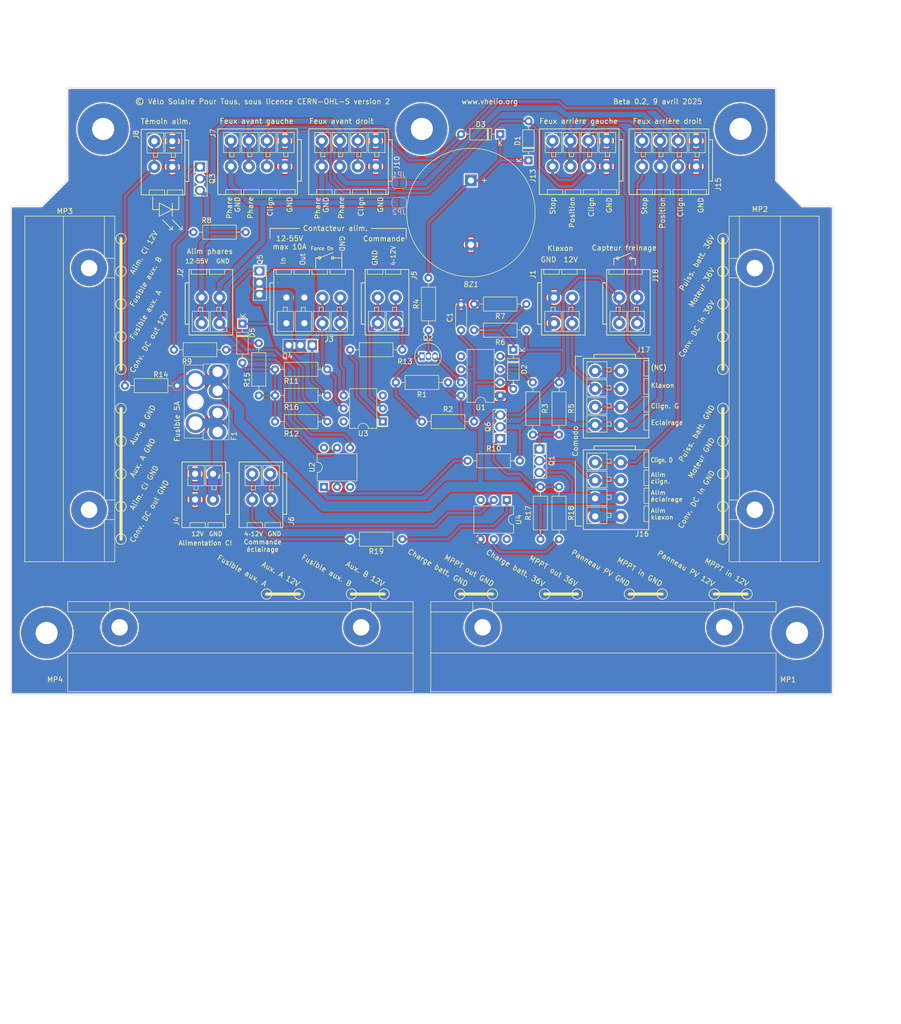
<source format=kicad_pcb>
(kicad_pcb (version 20211014) (generator pcbnew)

  (general
    (thickness 1.6)
  )

  (paper "A4")
  (layers
    (0 "F.Cu" signal)
    (31 "B.Cu" signal)
    (32 "B.Adhes" user "B.Adhesive")
    (33 "F.Adhes" user "F.Adhesive")
    (34 "B.Paste" user)
    (35 "F.Paste" user)
    (36 "B.SilkS" user "B.Silkscreen")
    (37 "F.SilkS" user "F.Silkscreen")
    (38 "B.Mask" user)
    (39 "F.Mask" user)
    (40 "Dwgs.User" user "User.Drawings")
    (41 "Cmts.User" user "User.Comments")
    (42 "Eco1.User" user "User.Eco1")
    (43 "Eco2.User" user "User.Eco2")
    (44 "Edge.Cuts" user)
    (45 "Margin" user)
    (46 "B.CrtYd" user "B.Courtyard")
    (47 "F.CrtYd" user "F.Courtyard")
    (48 "B.Fab" user)
    (49 "F.Fab" user)
    (50 "User.1" user)
    (51 "User.2" user)
    (52 "User.3" user)
    (53 "User.4" user)
    (54 "User.5" user)
    (55 "User.6" user)
    (56 "User.7" user)
    (57 "User.8" user)
    (58 "User.9" user)
  )

  (setup
    (stackup
      (layer "F.SilkS" (type "Top Silk Screen"))
      (layer "F.Paste" (type "Top Solder Paste"))
      (layer "F.Mask" (type "Top Solder Mask") (thickness 0.01))
      (layer "F.Cu" (type "copper") (thickness 0.035))
      (layer "dielectric 1" (type "core") (thickness 1.51) (material "FR4") (epsilon_r 4.5) (loss_tangent 0.02))
      (layer "B.Cu" (type "copper") (thickness 0.035))
      (layer "B.Mask" (type "Bottom Solder Mask") (thickness 0.01))
      (layer "B.Paste" (type "Bottom Solder Paste"))
      (layer "B.SilkS" (type "Bottom Silk Screen"))
      (copper_finish "None")
      (dielectric_constraints no)
    )
    (pad_to_mask_clearance 0)
    (pcbplotparams
      (layerselection 0x00010e0_ffffffff)
      (disableapertmacros false)
      (usegerberextensions false)
      (usegerberattributes true)
      (usegerberadvancedattributes true)
      (creategerberjobfile true)
      (svguseinch false)
      (svgprecision 6)
      (excludeedgelayer true)
      (plotframeref false)
      (viasonmask false)
      (mode 1)
      (useauxorigin false)
      (hpglpennumber 1)
      (hpglpenspeed 20)
      (hpglpendiameter 15.000000)
      (dxfpolygonmode true)
      (dxfimperialunits true)
      (dxfusepcbnewfont true)
      (psnegative false)
      (psa4output false)
      (plotreference true)
      (plotvalue true)
      (plotinvisibletext false)
      (sketchpadsonfab false)
      (subtractmaskfromsilk false)
      (outputformat 1)
      (mirror false)
      (drillshape 0)
      (scaleselection 1)
      (outputdirectory "")
    )
  )

  (net 0 "")
  (net 1 "GND")
  (net 2 "Net-(F1-Pad2)")
  (net 3 "Net-(D1-Pad2)")
  (net 4 "Net-(D3-Pad2)")
  (net 5 "/Phares")
  (net 6 "Net-(J13-Pad4)")
  (net 7 "Net-(J1-Pad2)")
  (net 8 "/Flasher/Out")
  (net 9 "unconnected-(J17-Pad1)")
  (net 10 "/12V_5A")
  (net 11 "/Flasher/Enable")
  (net 12 "/Contacteur Phares/Input")
  (net 13 "/Contacteur Phares/GND")
  (net 14 "/Contacteur Phares/Output")
  (net 15 "Net-(R14-Pad1)")
  (net 16 "/Conv12V_In.Vbatt")
  (net 17 "/Contacteur alim./Input")
  (net 18 "/Contacteur alim./SW_On")
  (net 19 "/Contacteur alim./GND")
  (net 20 "/Contacteur alim./Cmd_GND")
  (net 21 "/Contacteur alim./Cmd_On")
  (net 22 "/Contacteur Eclairage/Cmd_On")
  (net 23 "/Contacteur Eclairage/Cmd_GND")
  (net 24 "Net-(Q4-Pad1)")
  (net 25 "Net-(Q5-Pad1)")
  (net 26 "Net-(C1-Pad1)")
  (net 27 "Net-(D2-Pad1)")
  (net 28 "Net-(D5-Pad2)")
  (net 29 "Net-(Q1-Pad1)")
  (net 30 "Net-(Q2-Pad1)")
  (net 31 "Net-(Q2-Pad2)")
  (net 32 "Net-(Q2-Pad3)")
  (net 33 "Net-(Q3-Pad1)")
  (net 34 "Net-(Q6-Pad1)")
  (net 35 "Net-(R3-Pad1)")
  (net 36 "Net-(R9-Pad2)")
  (net 37 "Net-(R10-Pad1)")
  (net 38 "Net-(R13-Pad1)")
  (net 39 "Net-(R18-Pad2)")
  (net 40 "Net-(R19-Pad1)")
  (net 41 "unconnected-(U1-Pad5)")
  (net 42 "unconnected-(U2-Pad3)")
  (net 43 "unconnected-(U2-Pad6)")
  (net 44 "unconnected-(U3-Pad3)")
  (net 45 "unconnected-(U3-Pad6)")
  (net 46 "unconnected-(U4-Pad3)")
  (net 47 "unconnected-(U4-Pad6)")

  (footprint "circuit:Wago_221-500_SplicingConnectorHolder" (layer "F.Cu") (at 95.25 82.55 90))

  (footprint "circuit:MountingHole_5mm" (layer "F.Cu") (at 87 130))

  (footprint "Resistor_THT:R_Axial_DIN0207_L6.3mm_D2.5mm_P10.16mm_Horizontal" (layer "F.Cu") (at 146.05 74.93))

  (footprint "circuit:Buzzer_25x16_12.5" (layer "F.Cu") (at 169.545 42.01 -90))

  (footprint "Resistor_THT:R_Axial_DIN0207_L6.3mm_D2.5mm_P10.16mm_Horizontal" (layer "F.Cu") (at 186.69 101.6 -90))

  (footprint "Resistor_THT:R_Axial_DIN0207_L6.3mm_D2.5mm_P10.16mm_Horizontal" (layer "F.Cu") (at 180.34 71.12 180))

  (footprint "circuit:TO-251-3_Vertical" (layer "F.Cu") (at 138.69 74.041 180))

  (footprint "circuit:Generic_FuseHolder_MINI" (layer "F.Cu") (at 120.26 79.215 -90))

  (footprint "Resistor_THT:R_Axial_DIN0207_L6.3mm_D2.5mm_P10.16mm_Horizontal" (layer "F.Cu") (at 165.1 81.28 180))

  (footprint "Package_DIP:DIP-8_W7.62mm" (layer "F.Cu") (at 175.26 83.82 180))

  (footprint "circuit:TerminalBlock_Wago_2601-3102_1x02_P3.50mm_Vertical" (layer "F.Cu") (at 119.38 104.06 180))

  (footprint "Resistor_THT:R_Axial_DIN0207_L6.3mm_D2.5mm_P10.16mm_Horizontal" (layer "F.Cu") (at 160.02 88.9))

  (footprint "Resistor_THT:R_Axial_DIN0207_L6.3mm_D2.5mm_P10.16mm_Horizontal" (layer "F.Cu") (at 168.91 96.52))

  (footprint "circuit:MountingHole_5mm" (layer "F.Cu") (at 98 32))

  (footprint "circuit:TerminalBlock_Wago_2601-3104_1x04_P3.50mm_Vertical" (layer "F.Cu") (at 195.920004 39.29 180))

  (footprint "circuit:TO-251-3_Vertical" (layer "F.Cu") (at 182.88 94.23 -90))

  (footprint "Resistor_THT:R_Axial_DIN0207_L6.3mm_D2.5mm_P10.16mm_Horizontal" (layer "F.Cu") (at 111.76 74.93))

  (footprint "Diode_THT:D_DO-35_SOD27_P7.62mm_Horizontal" (layer "F.Cu") (at 125.095 69.85 -90))

  (footprint "circuit:TerminalBlock_Wago_2601-3104_1x04_P3.50mm_Vertical" (layer "F.Cu") (at 213.370004 39.29 180))

  (footprint "circuit:TO-92L_Inline" (layer "F.Cu") (at 160.02 76.2))

  (footprint "circuit:MountingHole_5mm" (layer "F.Cu") (at 222 32))

  (footprint "Resistor_THT:R_Axial_DIN0207_L6.3mm_D2.5mm_P10.16mm_Horizontal" (layer "F.Cu") (at 131.445 83.82))

  (footprint "circuit:TerminalBlock_Wago_2601-3104_1x04_P3.50mm_Vertical" (layer "F.Cu") (at 133.35 39.29 180))

  (footprint "Diode_THT:D_DO-35_SOD27_P7.62mm_Horizontal" (layer "F.Cu") (at 175.26 33.02 180))

  (footprint "Resistor_THT:R_Axial_DIN0207_L6.3mm_D2.5mm_P10.16mm_Horizontal" (layer "F.Cu") (at 102.235 81.915))

  (footprint "Diode_THT:D_DO-35_SOD27_P7.62mm_Horizontal" (layer "F.Cu") (at 177.8 74.93 -90))

  (footprint "Resistor_THT:R_Axial_DIN0207_L6.3mm_D2.5mm_P10.16mm_Horizontal" (layer "F.Cu") (at 181.61 81.28 -90))

  (footprint "Capacitor_THT:C_Disc_D4.3mm_W1.9mm_P5.00mm" (layer "F.Cu") (at 167.64 71.12 90))

  (footprint "Resistor_THT:R_Axial_DIN0207_L6.3mm_D2.5mm_P10.16mm_Horizontal" (layer "F.Cu") (at 161.29 71.12 90))

  (footprint "circuit:TerminalBlock_Wago_2601-3102_1x02_P3.50mm_Vertical" (layer "F.Cu") (at 151.424996 64.77))

  (footprint "Diode_THT:D_DO-35_SOD27_P7.62mm_Horizontal" (layer "F.Cu") (at 180.75 38.1 90))

  (footprint "circuit:TerminalBlock_Wago_2601-3104_1x04_P3.50mm_Vertical" (layer "F.Cu") (at 198.7161 96.829996 -90))

  (footprint "circuit:TO-251-3_Vertical" (layer "F.Cu") (at 116.84 39.37 -90))

  (footprint "circuit:TerminalBlock_Wago_2601-3104_1x04_P3.50mm_Vertical" (layer "F.Cu") (at 133.644996 64.77))

  (footprint "circuit:Wago_221-500_SplicingConnectorHolder" (layer "F.Cu") (at 224.79 82.55 -90))

  (footprint "Package_DIP:DIP-6_W7.62mm" (layer "F.Cu") (at 152.4 88.9 180))

  (footprint "circuit:MountingHole_5mm" (layer "F.Cu") (at 160 32))

  (footprint "circuit:TerminalBlock_Wago_2601-3102_1x02_P3.50mm_Vertical" (layer "F.Cu")
    (tedit 67E5B582) (tstamp ad280681-52bf-4c8b-ac2c-9709ca177a8f)
    (at 111.450003 39.37 180)
    (tags "Wago 2601-3102")
    (property "Sheetfile" "circuit.kicad_sch")
    (property "Sheetname" "")
    (path "/6e9cd9b5-2cb7-48b8-855f-32619e72c0d6")
    (attr through_hole)
    (fp_text reference "J8" (at 7.056003 5.334 90 unlocked) (layer "F.SilkS")
      (effects (font (size 1 1) (thickness 0.15)) (justify left))
      (tstamp 01e6719e-9dcc-49b4-83bd-29865c70ede1)
    )
    (fp_text value "Conn_Indicateur_Alim" (at 6.35 12.7 180 unlocked) (layer "F.Fab")
      (effects (font (size 1 1) (thickness 0.15)))
      (tstamp 226ba779-52a5-430e-8724-687eedb9994a)
    )
    (fp_text user "${REFERENCE}" (at -2.54 8.89 180 unlocked) (layer "F.Fab")
      (effects (font (size 1 1) (thickness 0.15)) (justify left))
      (tstamp 66b292fe-b076-4a06-a7c0-1ada692a3a1c)
    )
    (fp_line (start 0.200004 2.7) (end 0.200004 1.9) (layer "F.SilkS") (width 0.12) (tstamp 055344df-a143-4136-b771-d336538fb7af))
    (fp_line (start 6.050002 -5.449999) (end 6.050002 7.300001) (layer "F.SilkS") (width 0.1524) (tstamp 0bf7f6d2-f9ad-418f-a859-2bdac7c5ae6a))
    (fp_line (start 1.000004 -4.5) (end -1.999996 -4.5) (layer "F.SilkS") (width 0.12) (tstamp 172a5f2e-4b05-4695-a29c-fa4177c4b3cb))
    (fp_line (start -1.799996 2.7) (end 1.400004 2.7) (layer "F.SilkS") (width 0.12) (tstamp 2bda51c6-7fa4-46ce-ae16-9432d8e95181))
    (fp_line (start -2.449999 -5.449999) (end 6.050002 -5.449999) (layer "F.SilkS") (width 0.1524) (tstamp 2fe5d3e2-bddb-4587-bded-427cfce568b9))
    (fp_line (start -2.449998 -2.849999) (end -3.199999 -2.849999) (layer "F.SilkS") (width 0.1524) (tstamp 37130413-1809-47b9-8303-cea1ae047af6))
    (fp_line (start 1.400004 6.6) (end -1.799996 6.6) (layer "F.SilkS") (width 0.12) (tstamp 3e95dbad-cf0c-49ac-9feb-4e066d548718))
    (fp_line (start 1.500004 -4.5) (end 1.500004 -5.5) (layer "F.SilkS") (width 0.12) (tstamp 447f988c-93f8-4098-90d3-450e5b33e37e))
    (fp_line (start -2.449998 5.2) (end -3.199999 5.2) (layer "F.SilkS") (width 0.1524) (tstamp 480dd182-3993-417f-8df5-e200a1f80d68))
    (fp_line (start 1.700004 2.7) (end 4.900004 2.7) (layer "F.SilkS") (width 0.12) (tstamp 51a339e0-742b-4f55-ac2a-68cbce2af206))
    (fp_line (start 4.500004 -4.5) (end 1.500004 -4.5) (layer "F.SilkS") (width 0.12) (tstamp 5cc9ce62-9d95-47ab-92a1-556a194f8c63))
    (fp_line (start 4.900004 6.6) (end 1.700004 6.6) (layer "F.SilkS") (width 0.12) (tstamp 6b8e3659-a647-4450-8987-9cf793c52fd5))
    (fp_line (start -2.449999 7.300001) (end -2.449999 -5.449999) (layer "F.SilkS") (width 0.1524) (tstamp 6f53efb7-db48-45d9-80c1-507b9960ad08))
    (fp_line (start 3.700004 1.9) (end 2.900004 1.9) (layer "F.SilkS") (width 0.12) (tstamp 84bb1473-531d-4720-ba3b-1fc557b46054))
    (fp_line (start 4.900004 2.7) (end 4.900004 6.6) (layer "F.SilkS") (width 0.12) (tstamp 874081a4-b3f7-4615-9506-53da689e2116))
    (fp_line (start -1.999996 -4.5) (end -1.999996 -5.5) (layer "F.SilkS") (width 0.12) (tstamp 890b243b-b04d-4f29-ab51-41f7ecadcda7))
    (fp_line (start 1.400004 2.7) (end 1.400004 6.6) (layer "F.SilkS") (width 0.12) (tstamp 9a0efaaf-2136-4026-b3c2-edfb6e83a75f))
    (fp_line (start 1.000004 -5.5) (end 1.000004 -4.5) (layer "F.SilkS") (width 0.12) (tstamp aa41a8c3-0e56-44b4-a82b-0213f5a70b0a))
    (fp_line (start 3.700004 2.7) (end 3.700004 1.9) (layer "F.SilkS") (width 0.12) (tstamp c0508555-6424-4fad-9226-ea42a1633de9))
    (fp_line (start 2.900004 1.9) (end 2.900004 2.7) (layer "F.SilkS") (width 0.12) (tstamp c37f20c4-30c5-4386-b6e8-dfff5caa39b4))
    (fp_line (start 4.500004 -5.5) (end 4.500004 -4.5) (layer "F.SilkS") (width 0.12) (tstamp c3a8f970-2a4a-4a9c-b215-e4de5eebaf7d))
    (fp_line (start -1.799996 6.6) (end -1.799996 2.7) (layer "F.SilkS") (width 0.12) (tstamp cf2c6647-6755-4742-aaa1-c5903da09b5e))
    (fp_line (start -2.449999 7.300001) (end 6.050002 7.300001) (layer "F.SilkS") (width 0.1524) (tstamp d52c2de8-ba2b-4089-b214-05a4b7a1c4e9))
    (fp_line (start -3.199999 5.2) (end -3.199999 -2.849999) (layer "F.SilkS") (width 0.1524) (tstamp e7635299-8a9a-43d3-8b3b-95319ccda23b))
    (fp_line (start 0.200004 1.9) (end -0.599996 1.9) (layer "F.SilkS") (width 0.12) (tstamp eaa75a45-f2f9-4305-98ea-dd8a5d8f3404))
    (fp_line (start -0.599996 1.9) (end -0.599996 2.7) (layer "F.SilkS") (width 0.12) (tstamp f1ea6538-b56f-40f6-b846-910db16dc20a))
    (fp_line (start 1.700004 6.6) (end 1.700004 2.7) (layer "F.SilkS") (width 0.12) (tstamp fbb1d5ec-8996-4f56-8e52-da703f4d2e64))
    (fp_line (start -3.453998 7.554001) (end 6.304002 7.554001) (layer "F.CrtYd") (width 0.1524) (tstamp 036dd9cc-d33e-4cbc-95b3-3504fede4aec))
    (fp_line (start 6.304002 7.554001) (end 6.304002 -5.703999) (layer "F.CrtYd") (width 0.1524) (tstamp 2be1ad9c-f5ad-4393-8d1b-255265215f24))
    (fp_line (start 6.304002 -5.703999) (end -3.453998 -5.703999) (layer "F.CrtYd") (width 0.1524) (tstamp 46255798-4fe0-48db-95bb-e8657595928f))
    (fp_line (start -3.453998 -5.703999) (end -3.453998 7.554001) (layer "F.CrtYd") (width 0.1524) (tstamp fad1fd43-7d33-4667-863c-8ca08b2707f7))
    (fp_line (start 1.000004 -13.5) (end -1.999996 -13.5) (layer "F.Fab") (width 0.1) (tstamp 084b8c5d-9271-4ac8-85c9-4061ca2c5241))
    (fp_line (start -1.999996 -13.5) (end -1.999996 -5.5) (layer "F.Fab") (width 0.1) (tstamp 1e9e3dc3-60cb-4dbd-9950-5015d3a5554c))
    (fp_line (start -2.449999 -5.449999) (end 6.05 -5.45) (layer "F.Fab") (width 0.0254) (tstamp 20e0f39f-a516-4513-b954-687df20c7938))
    (fp_line (start 1.500004 -5.5) (end 4.500004 -5.5) (layer "F.Fab") (width 0.1) (tstamp 281e3047-1dee-4c1f-abcc-3ec78c07b9d2))
    (fp_line (start -2.449998 -2.849999) (end -3.199999 -2.849999) (layer "F.Fab") (width 0.0254) (tstamp 2838e18b-615f-4dc1-a560-afebf8a14ac0))
    (fp_line (start 1.500004 -13.5) (end 1.500004 -5.5) (layer "F.Fab") (width 0.1) (tstamp 375a73bc-0e9f-4b07-be05-baa0ea4834df))
    (fp_line (start -2.449999 7.300001) (end 6.05 7.3) (layer "F.Fab") (width 0.0254) (tstamp 47e7736f-c1e0-4e8f-9d69-5a42b72ff067))
    (fp_line (start 4.500004 -13.5) (end 1.500004 -13.5) (layer "F.Fab") (width 0.1) (tstamp 862dc70f-7dc2-4117-aa37-5ef6063c3df4))
    (fp_line (start -1.999996 -5.5) (end 1.000004 -5.5) (layer "F.Fab") (width 0.1) (tstamp a264b89d-0a12-4e75-9c30-5e3d238c19e2))
    (fp_line (start 4.500004 -5.5) (end 4.500004 -13.5) (layer "F.Fab") (width 0.1) (tstamp a57a00d3-d2f9-406e-8339-5cc2aa251b6a))
    (fp_line (start -3.199999 5.2) (end -3.199999 -2.849999) (layer "F.Fab") (width 0.0254) (tstamp c25e5526-d36c-4326-a80b-e065b988306c))
    (fp_line (start 6.05 -5.45) (end 6.05 7.3) (layer "F.Fab") (width 0.0254) (tstamp d70b3483-f6ee-4d0e-af72-efbabafa5502))
    (fp_line (start 1.000004 -5.5) (end 1.000004 -13.5) (layer "F.Fab") (width 0.1) (tstamp db13f834-9398-4491-8f81-d656a6ff9ec3))
    (fp_line (start -2.449998 5.2) (end -3.199999 5.2) (layer "F.Fab") (width 0.0254) (tstamp dca10a6c-b513-45f6-bfa6-c3d42471561a))
    (fp_line (start -2.449999 7.300001) (end -2.449999 -5.449999) (layer "F.Fab") (width 0.0254) (tstamp eb190e03-2594-4691-9d6e-1bfdf1facede))
    (pad "1" thru_hole circle (at 0 5 180) (size 2.4 2.4) (drill 1.2) (layers *.Cu *.Mask)
      (net 1 "GND") (pinfunction "-") (pintype "power_in") (tstamp 10bcd881-4b05-4ea6-bdb8-d4bc42a44033))
    (pad "1" thru_hole circle (at 0 0 180) (size 2.4 2.4) (drill 1.2) (layers *.Cu *.Mask)
      (net 1 "GND") (pinfunction "-") (pintype "power_in") (tstamp 52477310-b288-4772-903b-6aa290fc40f8))
    (pad "2" thru_hole circle (at 3.500003 0 180) (size 2.4 2.4) (drill 1.2) (layers *.Cu *.Mask)
      (net 15 "Net-(R14-Pad1)") (pinfunction "+") (pintype "passive") (tstamp 51b7dceb-af3a-4949-9f3e-1faf1dfec020))
    (pad "2" thru_hole circle (at 3.500003 5 180) (size 2.4 2.4) (drill 1.2) (layers *.Cu *.Mask)
      (net 15 "Net-(R14-Pad1)") (pinfunction "+") (pintype "passive") (tstamp 66700e06-ed6c-471d-ab91-367b8c86d03d))
    (model "${KIPRJMOD}/../3rdparty/datasheets/Wago_2601-3102_Bornier.step"
      (offset (xyz 4.5 -
... [1672760 chars truncated]
</source>
